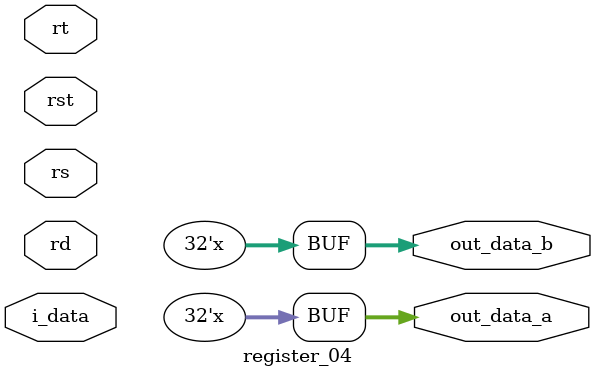
<source format=v>
`timescale 1ns / 1ps

module register_04(rst,rs,rt,rd,i_data,out_data_a,out_data_b);
input rst;
input [4:0]rs,rt,rd;
input [31:0] i_data;
output reg [31:0] out_data_a;
output reg [31:0] out_data_b;

reg [4:0]  reg_num;
reg [31:0] reg_data;

always @(*) begin
      if(rst) begin
            reg_num = 4;
      end
      else begin
          if(reg_num == rs)
               out_data_a <= reg_data;
          if(reg_num == rt)
               out_data_b <= reg_data;
          if(reg_num == rd)    
               reg_data <= i_data;
      end
      
end
endmodule

</source>
